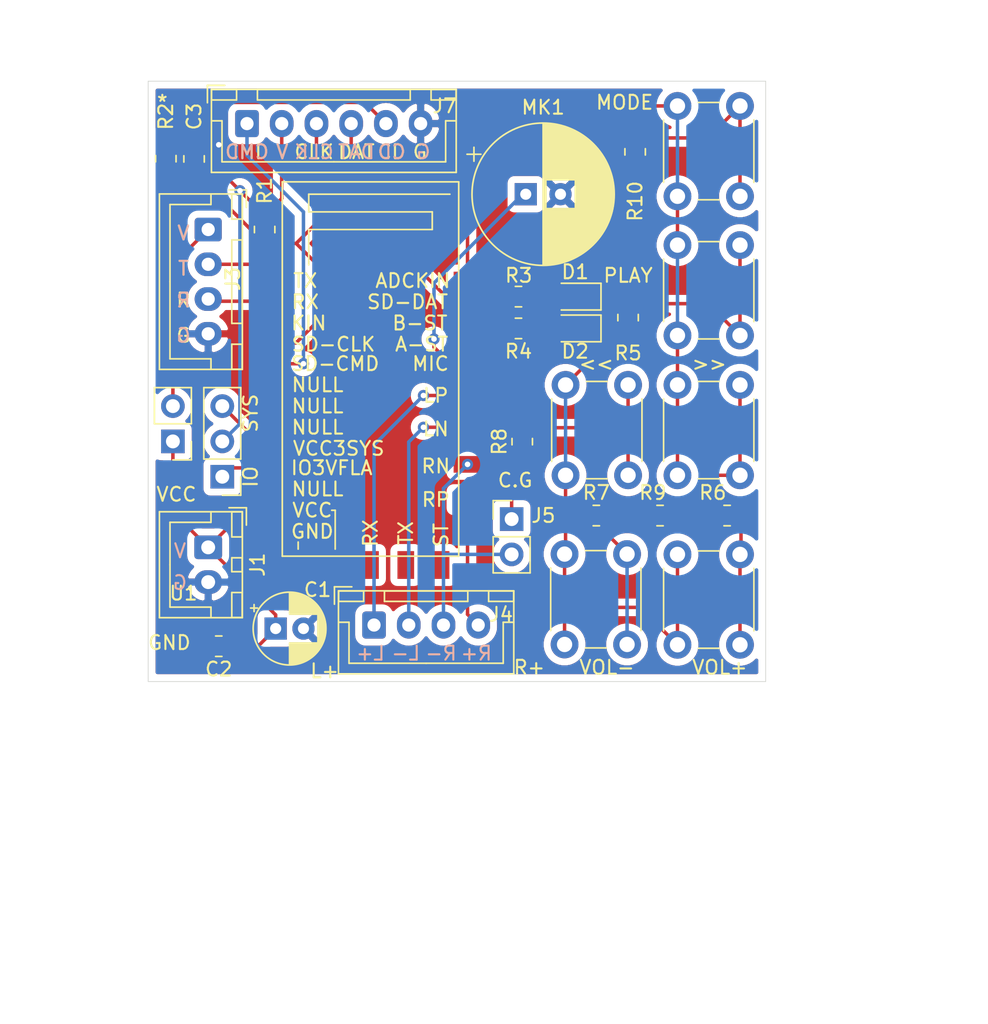
<source format=kicad_pcb>
(kicad_pcb (version 20171130) (host pcbnew 5.1.9+dfsg1-1+deb11u1)
  (layers (0 F.Cu signal) (31 B.Cu signal) (34 B.Paste user) (35 F.Paste user) (36 B.SilkS user) (37 F.SilkS user) (38 B.Mask user) (39 F.Mask user) (44 Edge.Cuts user))
  (net 0 "")
  (net 1 VCC)
  (net 2 GND)
  (net 3 "Net-(C3-Pad1)")
  (net 4 "Net-(D1-Pad2)")
  (net 5 "Net-(D2-Pad2)")
  (net 6 "Net-(J2-Pad2)")
  (net 7 TX)
  (net 8 RX)
  (net 9 RP)
  (net 10 RN)
  (net 11 LN)
  (net 12 LP)
  (net 13 IO3VFLA)
  (net 14 VCC3SYS)
  (net 15 SD-CMD)
  (net 16 SD-CLK)
  (net 17 SD-DATA)
  (net 18 "Net-(J7-Pad5)")
  (net 19 MIC)
  (net 20 BLE-STAT)
  (net 21 AUD-STAT)
  (net 22 "Net-(R5-Pad2)")
  (net 23 "Net-(R6-Pad2)")
  (net 24 "Net-(R7-Pad2)")
  (net 25 "Net-(R8-Pad2)")
  (net 26 "Net-(R9-Pad2)")
  (net 27 "Net-(R10-Pad2)")
  (net 28 KEY)
  (net 29 "Net-(U1-Pad3)")
  (net 30 "Net-(U1-Pad6)")
  (net 31 "Net-(U1-Pad7)")
  (net 32 "Net-(U1-Pad8)")
  (net 33 "Net-(U1-Pad11)")
  (net 34 "Net-(U1-Pad23)")
  (net 35 "Net-(U1-Pad24)")
  (net 36 "Net-(U1-Pad25)")
  (net 37 "Net-(U1-Pad26)")
  (net 38 "Net-(U1-Pad27)")
  (module Capacitor_THT:CP_Radial_D5.0mm_P2.00mm (layer F.Cu) (at 106.204 116.332)
    (fp_text reference C1 (at 3.016 -2.794) (layer F.SilkS))
    (fp_text value CP)
    (pad 1 thru_hole rect (at 0 0) (size 1.6 1.6) (drill 0.8) (layers *.Cu *.Mask) (net 1 VCC))
    (pad 2 thru_hole circle (at 2 0) (size 1.6 1.6) (drill 0.8) (layers *.Cu *.Mask) (net 2 GND))
  )
  (module Resistor_SMD:R_0805_2012Metric_Pad1.20x1.40mm_HandSolder (layer F.Cu) (at 102.108 117.602 180)
    (fp_text reference C2 (at 0 -1.65) (layer F.SilkS))
    (fp_text value C)
    (pad 1 smd roundrect (at -1 0 180) (size 1.2 1.4) (layers F.Cu F.Paste F.Mask) (roundrect_rratio 0.2083325) (net 1 VCC))
    (pad 2 smd roundrect (at 1 0 180) (size 1.2 1.4) (layers F.Cu F.Paste F.Mask) (roundrect_rratio 0.2083325) (net 2 GND))
  )
  (module Resistor_SMD:R_0805_2012Metric_Pad1.20x1.40mm_HandSolder (layer F.Cu) (at 100.33 82.55 90)
    (fp_text reference C3 (at 3.048 0 90) (layer F.SilkS))
    (fp_text value C)
    (pad 2 smd roundrect (at 1 0 90) (size 1.2 1.4) (layers F.Cu F.Paste F.Mask) (roundrect_rratio 0.2083325) (net 2 GND))
    (pad 1 smd roundrect (at -1 0 90) (size 1.2 1.4) (layers F.Cu F.Paste F.Mask) (roundrect_rratio 0.2083325) (net 3 "Net-(C3-Pad1)"))
  )
  (module LED_SMD:LED_0805_2012Metric_Pad1.15x1.40mm_HandSolder (layer F.Cu) (at 127.762 92.456 180)
    (fp_text reference D1 (at 0 1.778) (layer F.SilkS))
    (fp_text value LED)
    (pad 1 smd roundrect (at -1.025 0 180) (size 1.15 1.4) (layers F.Cu F.Paste F.Mask) (roundrect_rratio 0.2173904347826087) (net 2 GND))
    (pad 2 smd roundrect (at 1.025 0 180) (size 1.15 1.4) (layers F.Cu F.Paste F.Mask) (roundrect_rratio 0.2173904347826087) (net 4 "Net-(D1-Pad2)"))
  )
  (module LED_SMD:LED_0805_2012Metric_Pad1.15x1.40mm_HandSolder (layer F.Cu) (at 127.762 94.742 180)
    (fp_text reference D2 (at 0 -1.65) (layer F.SilkS))
    (fp_text value LED)
    (pad 2 smd roundrect (at 1.025 0 180) (size 1.15 1.4) (layers F.Cu F.Paste F.Mask) (roundrect_rratio 0.2173904347826087) (net 5 "Net-(D2-Pad2)"))
    (pad 1 smd roundrect (at -1.025 0 180) (size 1.15 1.4) (layers F.Cu F.Paste F.Mask) (roundrect_rratio 0.2173904347826087) (net 2 GND))
  )
  (module Connector_JST:JST_XH_B2B-XH-A_1x02_P2.50mm_Vertical (layer F.Cu) (at 101.346 110.49 270)
    (fp_text reference J1 (at 1.25 -3.55 90) (layer F.SilkS))
    (fp_text value PWR)
    (pad 1 thru_hole roundrect (at 0 0 270) (size 1.7 2) (drill 1) (layers *.Cu *.Mask) (roundrect_rratio 0.1470588235294118) (net 1 VCC))
    (pad 2 thru_hole oval (at 2.5 0 270) (size 1.7 2) (drill 1) (layers *.Cu *.Mask) (net 2 GND))
  )
  (module Connector_PinHeader_2.54mm:PinHeader_1x02_P2.54mm_Vertical (layer F.Cu) (at 98.806 102.87 180)
    (fp_text reference J2 hide)
    (fp_text value UART_PWR)
    (pad 1 thru_hole rect (at 0 0 180) (size 1.7 1.7) (drill 1) (layers *.Cu *.Mask) (net 1 VCC))
    (pad 2 thru_hole oval (at 0 2.54 180) (size 1.7 1.7) (drill 1) (layers *.Cu *.Mask) (net 6 "Net-(J2-Pad2)"))
  )
  (module Connector_JST:JST_XH_B4B-XH-A_1x04_P2.50mm_Vertical (layer F.Cu) (at 101.346 87.63 270)
    (fp_text reference J3 (at 3.556 -1.778 90) (layer F.SilkS))
    (fp_text value UART)
    (pad 1 thru_hole roundrect (at 0 0 270) (size 1.7 1.95) (drill 0.95) (layers *.Cu *.Mask) (roundrect_rratio 0.1470588235294118) (net 6 "Net-(J2-Pad2)"))
    (pad 2 thru_hole oval (at 2.5 0 270) (size 1.7 1.95) (drill 0.95) (layers *.Cu *.Mask) (net 7 TX))
    (pad 3 thru_hole oval (at 5 0 270) (size 1.7 1.95) (drill 0.95) (layers *.Cu *.Mask) (net 8 RX))
    (pad 4 thru_hole oval (at 7.5 0 270) (size 1.7 1.95) (drill 0.95) (layers *.Cu *.Mask) (net 2 GND))
  )
  (module Connector_JST:JST_XH_B4B-XH-A_1x04_P2.50mm_Vertical (layer F.Cu) (at 113.284 116.078)
    (fp_text reference J4 (at 9.144 -0.762) (layer F.SilkS))
    (fp_text value OUTPUT)
    (pad 4 thru_hole oval (at 7.5 0) (size 1.7 1.95) (drill 0.95) (layers *.Cu *.Mask) (net 9 RP))
    (pad 3 thru_hole oval (at 5 0) (size 1.7 1.95) (drill 0.95) (layers *.Cu *.Mask) (net 10 RN))
    (pad 2 thru_hole oval (at 2.5 0) (size 1.7 1.95) (drill 0.95) (layers *.Cu *.Mask) (net 11 LN))
    (pad 1 thru_hole roundrect (at 0 0) (size 1.7 1.95) (drill 0.95) (layers *.Cu *.Mask) (roundrect_rratio 0.1470588235294118) (net 12 LP))
  )
  (module Connector_PinHeader_2.54mm:PinHeader_1x02_P2.54mm_Vertical (layer F.Cu) (at 123.19 108.458)
    (fp_text reference J5 (at 2.286 -0.254) (layer F.SilkS))
    (fp_text value COMMON_GND)
    (pad 2 thru_hole oval (at 0 2.54) (size 1.7 1.7) (drill 1) (layers *.Cu *.Mask) (net 10 RN))
    (pad 1 thru_hole rect (at 0 0) (size 1.7 1.7) (drill 1) (layers *.Cu *.Mask) (net 11 LN))
  )
  (module Connector_PinHeader_2.54mm:PinHeader_1x03_P2.54mm_Vertical (layer F.Cu) (at 102.362 105.41 180)
    (fp_text reference J6 hide)
    (fp_text value SD_VCC_SEL)
    (pad 1 thru_hole rect (at 0 0 180) (size 1.7 1.7) (drill 1) (layers *.Cu *.Mask) (net 13 IO3VFLA))
    (pad 2 thru_hole oval (at 0 2.54 180) (size 1.7 1.7) (drill 1) (layers *.Cu *.Mask) (net 3 "Net-(C3-Pad1)"))
    (pad 3 thru_hole oval (at 0 5.08 180) (size 1.7 1.7) (drill 1) (layers *.Cu *.Mask) (net 14 VCC3SYS))
  )
  (module Connector_JST:JST_XH_B6B-XH-A_1x06_P2.50mm_Vertical (layer F.Cu) (at 104.14 80.01)
    (fp_text reference J7 (at 14.224 -1.27) (layer F.SilkS))
    (fp_text value SD)
    (pad 1 thru_hole roundrect (at 0 0) (size 1.7 1.95) (drill 0.95) (layers *.Cu *.Mask) (roundrect_rratio 0.1470588235294118) (net 15 SD-CMD))
    (pad 2 thru_hole oval (at 2.5 0) (size 1.7 1.95) (drill 0.95) (layers *.Cu *.Mask) (net 3 "Net-(C3-Pad1)"))
    (pad 3 thru_hole oval (at 5 0) (size 1.7 1.95) (drill 0.95) (layers *.Cu *.Mask) (net 16 SD-CLK))
    (pad 4 thru_hole oval (at 7.5 0) (size 1.7 1.95) (drill 0.95) (layers *.Cu *.Mask) (net 17 SD-DATA))
    (pad 5 thru_hole oval (at 10 0) (size 1.7 1.95) (drill 0.95) (layers *.Cu *.Mask) (net 18 "Net-(J7-Pad5)"))
    (pad 6 thru_hole oval (at 12.5 0) (size 1.7 1.95) (drill 0.95) (layers *.Cu *.Mask) (net 2 GND))
  )
  (module Capacitor_THT:CP_Radial_D10.0mm_P2.50mm (layer F.Cu) (at 124.206 85.09)
    (fp_text reference MK1 (at 1.25 -6.25) (layer F.SilkS))
    (fp_text value Microphone)
    (pad 1 thru_hole rect (at 0 0) (size 1.6 1.6) (drill 0.8) (layers *.Cu *.Mask) (net 19 MIC))
    (pad 2 thru_hole circle (at 2.5 0) (size 1.6 1.6) (drill 0.8) (layers *.Cu *.Mask) (net 2 GND))
  )
  (module Resistor_SMD:R_0805_2012Metric_Pad1.20x1.40mm_HandSolder (layer F.Cu) (at 105.41 87.63 90)
    (fp_text reference R1 (at 2.794 0 90) (layer F.SilkS))
    (fp_text value R_US)
    (pad 2 smd roundrect (at 1 0 90) (size 1.2 1.4) (layers F.Cu F.Paste F.Mask) (roundrect_rratio 0.2083325) (net 3 "Net-(C3-Pad1)"))
    (pad 1 smd roundrect (at -1 0 90) (size 1.2 1.4) (layers F.Cu F.Paste F.Mask) (roundrect_rratio 0.2083325) (net 16 SD-CLK))
  )
  (module Resistor_SMD:R_0805_2012Metric_Pad1.20x1.40mm_HandSolder (layer F.Cu) (at 98.298 82.534 270)
    (fp_text reference R2 (at -3.032 0 90) (layer F.SilkS))
    (fp_text value R_US)
    (pad 1 smd roundrect (at -1 0 270) (size 1.2 1.4) (layers F.Cu F.Paste F.Mask) (roundrect_rratio 0.2083325) (net 18 "Net-(J7-Pad5)"))
    (pad 2 smd roundrect (at 1 0 270) (size 1.2 1.4) (layers F.Cu F.Paste F.Mask) (roundrect_rratio 0.2083325) (net 16 SD-CLK))
  )
  (module Resistor_SMD:R_0805_2012Metric_Pad1.20x1.40mm_HandSolder (layer F.Cu) (at 123.682 92.456 180)
    (fp_text reference R3 (at -0.016 1.524) (layer F.SilkS))
    (fp_text value R_US)
    (pad 2 smd roundrect (at 1 0 180) (size 1.2 1.4) (layers F.Cu F.Paste F.Mask) (roundrect_rratio 0.2083325) (net 20 BLE-STAT))
    (pad 1 smd roundrect (at -1 0 180) (size 1.2 1.4) (layers F.Cu F.Paste F.Mask) (roundrect_rratio 0.2083325) (net 4 "Net-(D1-Pad2)"))
  )
  (module Resistor_SMD:R_0805_2012Metric_Pad1.20x1.40mm_HandSolder (layer F.Cu) (at 123.682 94.742 180)
    (fp_text reference R4 (at 0 -1.65) (layer F.SilkS))
    (fp_text value R_US)
    (pad 1 smd roundrect (at -1 0 180) (size 1.2 1.4) (layers F.Cu F.Paste F.Mask) (roundrect_rratio 0.2083325) (net 5 "Net-(D2-Pad2)"))
    (pad 2 smd roundrect (at 1 0 180) (size 1.2 1.4) (layers F.Cu F.Paste F.Mask) (roundrect_rratio 0.2083325) (net 21 AUD-STAT))
  )
  (module Resistor_SMD:R_0805_2012Metric_Pad1.20x1.40mm_HandSolder (layer F.Cu) (at 131.572 93.964 90)
    (fp_text reference R5 (at -2.556 0 180) (layer F.SilkS))
    (fp_text value R_US)
    (pad 1 smd roundrect (at -1 0 90) (size 1.2 1.4) (layers F.Cu F.Paste F.Mask) (roundrect_rratio 0.2083325) (net 2 GND))
    (pad 2 smd roundrect (at 1 0 90) (size 1.2 1.4) (layers F.Cu F.Paste F.Mask) (roundrect_rratio 0.2083325) (net 22 "Net-(R5-Pad2)"))
  )
  (module Resistor_SMD:R_0805_2012Metric_Pad1.20x1.40mm_HandSolder (layer F.Cu) (at 138.7 108.204)
    (fp_text reference R6 (at -1.032 -1.65) (layer F.SilkS))
    (fp_text value R_US)
    (pad 2 smd roundrect (at 1 0) (size 1.2 1.4) (layers F.Cu F.Paste F.Mask) (roundrect_rratio 0.2083325) (net 23 "Net-(R6-Pad2)"))
    (pad 1 smd roundrect (at -1 0) (size 1.2 1.4) (layers F.Cu F.Paste F.Mask) (roundrect_rratio 0.2083325) (net 2 GND))
  )
  (module Resistor_SMD:R_0805_2012Metric_Pad1.20x1.40mm_HandSolder (layer F.Cu) (at 129.286 108.204)
    (fp_text reference R7 (at 0 -1.65) (layer F.SilkS))
    (fp_text value R_US)
    (pad 1 smd roundrect (at -1 0) (size 1.2 1.4) (layers F.Cu F.Paste F.Mask) (roundrect_rratio 0.2083325) (net 2 GND))
    (pad 2 smd roundrect (at 1 0) (size 1.2 1.4) (layers F.Cu F.Paste F.Mask) (roundrect_rratio 0.2083325) (net 24 "Net-(R7-Pad2)"))
  )
  (module Resistor_SMD:R_0805_2012Metric_Pad1.20x1.40mm_HandSolder (layer F.Cu) (at 123.952 102.886 90)
    (fp_text reference R8 (at 0 -1.65 90) (layer F.SilkS))
    (fp_text value R_US)
    (pad 2 smd roundrect (at 1 0 90) (size 1.2 1.4) (layers F.Cu F.Paste F.Mask) (roundrect_rratio 0.2083325) (net 25 "Net-(R8-Pad2)"))
    (pad 1 smd roundrect (at -1 0 90) (size 1.2 1.4) (layers F.Cu F.Paste F.Mask) (roundrect_rratio 0.2083325) (net 2 GND))
  )
  (module Resistor_SMD:R_0805_2012Metric_Pad1.20x1.40mm_HandSolder (layer F.Cu) (at 133.874 108.204)
    (fp_text reference R9 (at -0.524 -1.65) (layer F.SilkS))
    (fp_text value R_US)
    (pad 1 smd roundrect (at -1 0) (size 1.2 1.4) (layers F.Cu F.Paste F.Mask) (roundrect_rratio 0.2083325) (net 2 GND))
    (pad 2 smd roundrect (at 1 0) (size 1.2 1.4) (layers F.Cu F.Paste F.Mask) (roundrect_rratio 0.2083325) (net 26 "Net-(R9-Pad2)"))
  )
  (module Resistor_SMD:R_0805_2012Metric_Pad1.20x1.40mm_HandSolder (layer F.Cu) (at 132.08 82.042 90)
    (fp_text reference R10 (at -3.556 0 90) (layer F.SilkS))
    (fp_text value R_US)
    (pad 2 smd roundrect (at 1 0 90) (size 1.2 1.4) (layers F.Cu F.Paste F.Mask) (roundrect_rratio 0.2083325) (net 27 "Net-(R10-Pad2)"))
    (pad 1 smd roundrect (at -1 0 90) (size 1.2 1.4) (layers F.Cu F.Paste F.Mask) (roundrect_rratio 0.2083325) (net 2 GND))
  )
  (module Button_Switch_THT:SW_PUSH_6mm (layer F.Cu) (at 135.128 95.25 90)
    (fp_text reference SW1 hide)
    (fp_text value SW_Push)
    (pad 2 thru_hole circle (at 0 4.5 180) (size 2 2) (drill 1.1) (layers *.Cu *.Mask) (net 22 "Net-(R5-Pad2)"))
    (pad 1 thru_hole circle (at 0 0 180) (size 2 2) (drill 1.1) (layers *.Cu *.Mask) (net 28 KEY))
    (pad 2 thru_hole circle (at 6.5 4.5 180) (size 2 2) (drill 1.1) (layers *.Cu *.Mask) (net 22 "Net-(R5-Pad2)"))
    (pad 1 thru_hole circle (at 6.5 0 180) (size 2 2) (drill 1.1) (layers *.Cu *.Mask) (net 28 KEY))
  )
  (module Button_Switch_THT:SW_PUSH_6mm (layer F.Cu) (at 135.128 117.498 90)
    (fp_text reference SW2 hide)
    (fp_text value SW_Push)
    (pad 1 thru_hole circle (at 6.5 0 180) (size 2 2) (drill 1.1) (layers *.Cu *.Mask) (net 28 KEY))
    (pad 2 thru_hole circle (at 6.5 4.5 180) (size 2 2) (drill 1.1) (layers *.Cu *.Mask) (net 23 "Net-(R6-Pad2)"))
    (pad 1 thru_hole circle (at 0 0 180) (size 2 2) (drill 1.1) (layers *.Cu *.Mask) (net 28 KEY))
    (pad 2 thru_hole circle (at 0 4.5 180) (size 2 2) (drill 1.1) (layers *.Cu *.Mask) (net 23 "Net-(R6-Pad2)"))
  )
  (module Button_Switch_THT:SW_PUSH_6mm (layer F.Cu) (at 127 117.475 90)
    (fp_text reference SW3 hide)
    (fp_text value SW_Push)
    (pad 2 thru_hole circle (at 0 4.5 180) (size 2 2) (drill 1.1) (layers *.Cu *.Mask) (net 24 "Net-(R7-Pad2)"))
    (pad 1 thru_hole circle (at 0 0 180) (size 2 2) (drill 1.1) (layers *.Cu *.Mask) (net 28 KEY))
    (pad 2 thru_hole circle (at 6.5 4.5 180) (size 2 2) (drill 1.1) (layers *.Cu *.Mask) (net 24 "Net-(R7-Pad2)"))
    (pad 1 thru_hole circle (at 6.5 0 180) (size 2 2) (drill 1.1) (layers *.Cu *.Mask) (net 28 KEY))
  )
  (module Button_Switch_THT:SW_PUSH_6mm (layer F.Cu) (at 127.072 105.306 90)
    (fp_text reference SW4 hide)
    (fp_text value SW_Push)
    (pad 1 thru_hole circle (at 6.5 0 180) (size 2 2) (drill 1.1) (layers *.Cu *.Mask) (net 28 KEY))
    (pad 2 thru_hole circle (at 6.5 4.5 180) (size 2 2) (drill 1.1) (layers *.Cu *.Mask) (net 25 "Net-(R8-Pad2)"))
    (pad 1 thru_hole circle (at 0 0 180) (size 2 2) (drill 1.1) (layers *.Cu *.Mask) (net 28 KEY))
    (pad 2 thru_hole circle (at 0 4.5 180) (size 2 2) (drill 1.1) (layers *.Cu *.Mask) (net 25 "Net-(R8-Pad2)"))
  )
  (module Button_Switch_THT:SW_PUSH_6mm (layer F.Cu) (at 135.128 105.306 90)
    (fp_text reference SW5 hide)
    (fp_text value SW_Push)
    (pad 2 thru_hole circle (at 0 4.5 180) (size 2 2) (drill 1.1) (layers *.Cu *.Mask) (net 26 "Net-(R9-Pad2)"))
    (pad 1 thru_hole circle (at 0 0 180) (size 2 2) (drill 1.1) (layers *.Cu *.Mask) (net 28 KEY))
    (pad 2 thru_hole circle (at 6.5 4.5 180) (size 2 2) (drill 1.1) (layers *.Cu *.Mask) (net 26 "Net-(R9-Pad2)"))
    (pad 1 thru_hole circle (at 6.5 0 180) (size 2 2) (drill 1.1) (layers *.Cu *.Mask) (net 28 KEY))
  )
  (module Button_Switch_THT:SW_PUSH_6mm (layer F.Cu) (at 135.128 85.24 90)
    (fp_text reference SW6 hide)
    (fp_text value SW_Push)
    (pad 1 thru_hole circle (at 6.5 0 180) (size 2 2) (drill 1.1) (layers *.Cu *.Mask) (net 28 KEY))
    (pad 2 thru_hole circle (at 6.5 4.5 180) (size 2 2) (drill 1.1) (layers *.Cu *.Mask) (net 27 "Net-(R10-Pad2)"))
    (pad 1 thru_hole circle (at 0 0 180) (size 2 2) (drill 1.1) (layers *.Cu *.Mask) (net 28 KEY))
    (pad 2 thru_hole circle (at 0 4.5 180) (size 2 2) (drill 1.1) (layers *.Cu *.Mask) (net 27 "Net-(R10-Pad2)"))
  )
  (module custom-footprints:Bluetooth_JDY-67 (layer F.Cu) (at 113.03 111.125)
    (fp_text reference U1 (at -13.462 2.667) (layer F.SilkS))
    (fp_text value Bluetooth_JDY-67)
    (fp_text user TX (at -4.699 -19.812) (layer F.SilkS))
    (fp_text user RX (at -4.699 -18.288) (layer F.SilkS))
    (fp_text user KIN (at -4.445 -16.764) (layer F.SilkS))
    (fp_text user SD-CLK (at -2.667 -15.24) (layer F.SilkS))
    (fp_text user SD-CMD (at -2.54 -13.843) (layer F.SilkS))
    (fp_text user NULL (at -3.81 -12.319) (layer F.SilkS))
    (fp_text user NULL (at -3.81 -10.795) (layer F.SilkS))
    (fp_text user NULL (at -3.81 -9.271) (layer F.SilkS))
    (fp_text user VCC3SYS (at -2.286 -7.747) (layer F.SilkS))
    (fp_text user IO3VFLA (at -2.794 -6.35) (layer F.SilkS))
    (fp_text user NULL (at -3.81 -4.826) (layer F.SilkS))
    (fp_text user VCC (at -4.191 -3.302) (layer F.SilkS))
    (fp_text user GND (at -4.191 -1.778) (layer F.SilkS))
    (fp_text user ADCKIN (at 3.048 -19.812) (layer F.SilkS))
    (fp_text user SD-DAT (at 2.667 -18.288) (layer F.SilkS))
    (fp_text user B-ST (at 3.556 -16.764) (layer F.SilkS))
    (fp_text user A-ST (at 3.683 -15.24) (layer F.SilkS))
    (fp_text user MIC (at 4.318 -13.843) (layer F.SilkS))
    (fp_text user LP (at 4.699 -11.557) (layer F.SilkS))
    (fp_text user LN (at 4.699 -9.144) (layer F.SilkS))
    (fp_text user RN (at 4.699 -6.477) (layer F.SilkS))
    (fp_text user RP (at 4.699 -4.064) (layer F.SilkS))
    (fp_text user RX (at 0 -1.651 90) (layer F.SilkS))
    (fp_text user TX (at 2.54 -1.651 90) (layer F.SilkS))
    (fp_text user ST (at 5.08 -1.524 90) (layer F.SilkS))
    (pad 1 smd rect (at -6.9342 -19.8374) (size 2 1.2) (layers F.Cu F.Paste F.Mask) (net 7 TX))
    (pad 2 smd rect (at -6.9342 -18.3388) (size 2 1.2) (layers F.Cu F.Paste F.Mask) (net 8 RX))
    (pad 3 smd rect (at -6.9342 -16.8402) (size 2 1.2) (layers F.Cu F.Paste F.Mask) (net 29 "Net-(U1-Pad3)"))
    (pad 4 smd rect (at -6.9342 -15.3416) (size 2 1.2) (layers F.Cu F.Paste F.Mask) (net 16 SD-CLK))
    (pad 5 smd rect (at -6.9342 -13.843) (size 2 1.2) (layers F.Cu F.Paste F.Mask) (net 15 SD-CMD))
    (pad 6 smd rect (at -6.9342 -12.3444) (size 2 1.2) (layers F.Cu F.Paste F.Mask) (net 30 "Net-(U1-Pad6)"))
    (pad 7 smd rect (at -6.9342 -10.8458) (size 2 1.2) (layers F.Cu F.Paste F.Mask) (net 31 "Net-(U1-Pad7)"))
    (pad 8 smd rect (at -6.9342 -9.3472) (size 2 1.2) (layers F.Cu F.Paste F.Mask) (net 32 "Net-(U1-Pad8)"))
    (pad 9 smd rect (at -6.9342 -7.8486) (size 2 1.2) (layers F.Cu F.Paste F.Mask) (net 14 VCC3SYS))
    (pad 10 smd rect (at -6.9342 -6.35) (size 2 1.2) (layers F.Cu F.Paste F.Mask) (net 13 IO3VFLA))
    (pad 11 smd rect (at -6.9342 -4.8514) (size 2 1.2) (layers F.Cu F.Paste F.Mask) (net 33 "Net-(U1-Pad11)"))
    (pad 12 smd rect (at -6.9342 -3.3528) (size 2 1.2) (layers F.Cu F.Paste F.Mask) (net 1 VCC))
    (pad 13 smd rect (at -6.9342 -1.8542) (size 2 1.2) (layers F.Cu F.Paste F.Mask) (net 2 GND))
    (pad 18 smd rect (at 6.985 -13.8684) (size 2 1.2) (layers F.Cu F.Paste F.Mask) (net 19 MIC))
    (pad 19 smd rect (at 6.985 -15.367) (size 2 1.2) (layers F.Cu F.Paste F.Mask) (net 21 AUD-STAT))
    (pad 20 smd rect (at 6.985 -16.8656) (size 2 1.2) (layers F.Cu F.Paste F.Mask) (net 20 BLE-STAT))
    (pad 21 smd rect (at 6.985 -18.3642) (size 2 1.2) (layers F.Cu F.Paste F.Mask) (net 17 SD-DATA))
    (pad 22 smd rect (at 6.985 -19.8628) (size 2 1.2) (layers F.Cu F.Paste F.Mask) (net 28 KEY))
    (pad 14 smd rect (at 6.985 -4.064) (size 2 1.2) (layers F.Cu F.Paste F.Mask) (net 9 RP))
    (pad 15 smd rect (at 6.985 -6.604) (size 2 1.2) (layers F.Cu F.Paste F.Mask) (net 10 RN))
    (pad 16 smd rect (at 6.985 -9.144) (size 2 1.2) (layers F.Cu F.Paste F.Mask) (net 11 LN))
    (pad 17 smd rect (at 6.985 -11.684) (size 2 1.2) (layers F.Cu F.Paste F.Mask) (net 12 LP))
    (pad 23 smd rect (at -5.08 0.635) (size 1.2 2) (layers F.Cu F.Paste F.Mask) (net 34 "Net-(U1-Pad23)"))
    (pad 24 smd rect (at -2.54 0.635) (size 1.2 2) (layers F.Cu F.Paste F.Mask) (net 35 "Net-(U1-Pad24)"))
    (pad 25 smd rect (at 0 0.635) (size 1.2 2) (layers F.Cu F.Paste F.Mask) (net 36 "Net-(U1-Pad25)"))
    (pad 26 smd rect (at 2.54 0.635) (size 1.2 2) (layers F.Cu F.Paste F.Mask) (net 37 "Net-(U1-Pad26)"))
    (pad 27 smd rect (at 5.08 0.635) (size 1.2 2) (layers F.Cu F.Paste F.Mask) (net 38 "Net-(U1-Pad27)"))
  )
  (gr_text * (at 98.044 78.486) (layer F.SilkS) (effects (font (size 1 1))))
  (gr_text << (at 129.286 97.282) (layer F.SilkS) (effects (font (size 1 1))))
  (gr_text >> (at 137.414 97.282) (layer F.SilkS) (effects (font (size 1 1))))
  (gr_line (start 97.028 120.142) (end 97.028 76.962) (layer Edge.Cuts) (width 0.05))
  (gr_line (start 141.478 120.142) (end 97.028 120.142) (layer Edge.Cuts) (width 0.05))
  (gr_line (start 141.478 76.962) (end 141.478 120.142) (layer Edge.Cuts) (width 0.05))
  (gr_line (start 97.028 76.962) (end 141.478 76.962) (layer Edge.Cuts) (width 0.05))
  (gr_text C.G (at 123.444 105.664) (layer F.SilkS) (effects (font (size 1 1))))
  (gr_text SYS (at 104.394 100.838 90) (layer F.SilkS) (effects (font (size 1 1))))
  (gr_text IO (at 104.394 105.41 90) (layer F.SilkS) (effects (font (size 1 1))))
  (gr_text R+ (at 120.65 118.11) (layer B.SilkS) (effects (font (size 1 1)) (justify mirror)))
  (gr_text R- (at 118.11 118.11) (layer B.SilkS) (effects (font (size 1 1)) (justify mirror)))
  (gr_text L- (at 115.57 118.11) (layer B.SilkS) (effects (font (size 1 1)) (justify mirror)))
  (gr_text L+ (at 113.03 118.11) (layer B.SilkS) (effects (font (size 1 1)) (justify mirror)))
  (gr_text G (at 99.314 113.03) (layer B.SilkS) (effects (font (size 1 1)) (justify mirror)))
  (gr_text V (at 99.314 110.744) (layer B.SilkS) (effects (font (size 1 1)) (justify mirror)))
  (gr_text G (at 99.568 95.25) (layer B.SilkS) (effects (font (size 1 1)) (justify mirror)))
  (gr_text R (at 99.568 92.71) (layer B.SilkS) (effects (font (size 1 1)) (justify mirror)))
  (gr_text T (at 99.568 90.424) (layer B.SilkS) (effects (font (size 1 1)) (justify mirror)))
  (gr_text V (at 99.568 87.884) (layer B.SilkS) (effects (font (size 1 1)) (justify mirror)))
  (gr_text G (at 116.84 82.042) (layer B.SilkS) (effects (font (size 1 1)) (justify mirror)))
  (gr_text CD (at 114.554 82.042) (layer B.SilkS) (effects (font (size 1 1)) (justify mirror)))
  (gr_text DAT (at 112.014 82.042) (layer B.SilkS) (effects (font (size 1 1)) (justify mirror)))
  (gr_text CLK (at 108.966 82.042) (layer B.SilkS) (effects (font (size 1 1)) (justify mirror)))
  (gr_text V (at 106.68 82.042) (layer B.SilkS) (effects (font (size 1 1)) (justify mirror)))
  (gr_text CMD (at 104.14 82.042) (layer B.SilkS) (effects (font (size 1 1)) (justify mirror)))
  (gr_text CD (at 114.554 82.042) (layer F.SilkS) (effects (font (size 1 1))))
  (gr_text G (at 116.586 82.042) (layer F.SilkS) (effects (font (size 1 1))))
  (gr_text V (at 106.68 82.042) (layer F.SilkS) (effects (font (size 1 1))))
  (gr_text DAT (at 112.014 82.042) (layer F.SilkS) (effects (font (size 1 1))))
  (gr_text CLK (at 108.966 82.042) (layer F.SilkS) (effects (font (size 1 1))))
  (gr_text CMD (at 104.14 82.042) (layer F.SilkS) (effects (font (size 1 1))))
  (gr_text G (at 99.568 95.25) (layer F.SilkS) (effects (font (size 1 1))))
  (gr_text R (at 99.568 92.71) (layer F.SilkS) (effects (font (size 1 1))))
  (gr_text T (at 99.568 90.424) (layer F.SilkS) (effects (font (size 1 1))))
  (gr_text V (at 99.568 87.884) (layer F.SilkS) (effects (font (size 1 1))))
  (gr_text GND (at 98.552 117.348) (layer F.SilkS) (effects (font (size 1 1))))
  (gr_text VCC (at 99.06 106.68) (layer F.SilkS) (effects (font (size 1 1))))
  (gr_text PLAY (at 131.572 90.932) (layer F.SilkS) (effects (font (size 1 1))))
  (gr_text MODE (at 131.318 78.486) (layer F.SilkS) (effects (font (size 1 1))))
  (gr_text VOL- (at 130.048 119.126) (layer F.SilkS) (effects (font (size 1 1))))
  (gr_text VOL+ (at 138.176 119.126) (layer F.SilkS) (effects (font (size 1 1))))
  (gr_text R+ (at 124.46 119.126) (layer F.SilkS) (effects (font (size 1 1))))
  (gr_text L+ (at 109.728 119.38) (layer F.SilkS) (effects (font (size 1 1))))
  (segment (start 98.806 107.95) (end 101.346 110.49) (width 0.25) (layer F.Cu) (net 1))
  (segment (start 98.806 102.87) (end 98.806 107.95) (width 0.25) (layer F.Cu) (net 1))
  (segment (start 104.0638 107.7722) (end 106.0958 107.7722) (width 0.25) (layer F.Cu) (net 1))
  (segment (start 101.346 110.49) (end 104.0638 107.7722) (width 0.25) (layer F.Cu) (net 1))
  (segment (start 106.204 115.348) (end 106.204 116.332) (width 0.25) (layer F.Cu) (net 1))
  (segment (start 101.346 110.49) (end 106.204 115.348) (width 0.25) (layer F.Cu) (net 1))
  (segment (start 104.934 117.602) (end 106.204 116.332) (width 0.25) (layer F.Cu) (net 1))
  (segment (start 103.108 117.602) (end 104.934 117.602) (width 0.25) (layer F.Cu) (net 1))
  (via (at 102.108 81.534) (size 0.8) (drill 0.4) (layers F.Cu B.Cu) (net 2))
  (segment (start 106.64 85.4) (end 105.41 86.63) (width 0.25) (layer F.Cu) (net 3))
  (segment (start 106.64 80.01) (end 106.64 85.4) (width 0.25) (layer F.Cu) (net 3))
  (via (at 103.632 84.836) (size 0.8) (drill 0.4) (layers F.Cu B.Cu) (net 3))
  (segment (start 105.41 86.614) (end 103.632 84.836) (width 0.25) (layer F.Cu) (net 3))
  (segment (start 105.41 86.63) (end 105.41 86.614) (width 0.25) (layer F.Cu) (net 3))
  (segment (start 103.632 101.6) (end 102.362 102.87) (width 0.25) (layer B.Cu) (net 3))
  (segment (start 103.632 84.836) (end 103.632 101.6) (width 0.25) (layer B.Cu) (net 3))
  (segment (start 102.346 83.55) (end 103.632 84.836) (width 0.25) (layer F.Cu) (net 3))
  (segment (start 100.33 83.55) (end 102.346 83.55) (width 0.25) (layer F.Cu) (net 3))
  (segment (start 124.682 92.456) (end 126.737 92.456) (width 0.25) (layer F.Cu) (net 4))
  (segment (start 124.682 94.742) (end 126.737 94.742) (width 0.25) (layer F.Cu) (net 5))
  (segment (start 98.806 90.17) (end 98.806 100.33) (width 0.25) (layer F.Cu) (net 6))
  (segment (start 101.346 87.63) (end 98.806 90.17) (width 0.25) (layer F.Cu) (net 6))
  (segment (start 104.9382 90.13) (end 106.0958 91.2876) (width 0.25) (layer F.Cu) (net 7))
  (segment (start 101.346 90.13) (end 104.9382 90.13) (width 0.25) (layer F.Cu) (net 7))
  (segment (start 101.5022 92.7862) (end 101.346 92.63) (width 0.25) (layer F.Cu) (net 8))
  (segment (start 106.0958 92.7862) (end 101.5022 92.7862) (width 0.25) (layer F.Cu) (net 8))
  (segment (start 120.015 115.309) (end 120.784 116.078) (width 0.25) (layer F.Cu) (net 9))
  (segment (start 120.015 107.061) (end 120.015 115.309) (width 0.25) (layer F.Cu) (net 9))
  (via (at 120.015 104.521) (size 0.8) (drill 0.4) (layers F.Cu B.Cu) (net 10))
  (segment (start 118.284 106.252) (end 120.015 104.521) (width 0.25) (layer B.Cu) (net 10))
  (segment (start 118.458 110.998) (end 118.284 111.172) (width 0.25) (layer B.Cu) (net 10))
  (segment (start 123.19 110.998) (end 118.458 110.998) (width 0.25) (layer B.Cu) (net 10))
  (segment (start 118.284 111.172) (end 118.284 106.252) (width 0.25) (layer B.Cu) (net 10))
  (segment (start 118.284 116.078) (end 118.284 111.172) (width 0.25) (layer B.Cu) (net 10))
  (via (at 116.84 101.854) (size 0.8) (drill 0.4) (layers F.Cu B.Cu) (net 11))
  (segment (start 115.784 102.91) (end 116.84 101.854) (width 0.25) (layer B.Cu) (net 11))
  (segment (start 115.784 116.078) (end 115.784 102.91) (width 0.25) (layer B.Cu) (net 11))
  (segment (start 119.888 101.854) (end 120.015 101.981) (width 0.25) (layer F.Cu) (net 11))
  (segment (start 116.84 101.854) (end 119.888 101.854) (width 0.25) (layer F.Cu) (net 11))
  (segment (start 123.19 105.156) (end 123.19 108.458) (width 0.25) (layer F.Cu) (net 11))
  (segment (start 120.015 101.981) (end 123.19 105.156) (width 0.25) (layer F.Cu) (net 11))
  (via (at 116.84 99.568) (size 0.8) (drill 0.4) (layers F.Cu B.Cu) (net 12))
  (segment (start 113.284 103.124) (end 116.84 99.568) (width 0.25) (layer B.Cu) (net 12))
  (segment (start 113.284 116.078) (end 113.284 103.124) (width 0.25) (layer B.Cu) (net 12))
  (segment (start 119.888 99.568) (end 120.015 99.441) (width 0.25) (layer F.Cu) (net 12))
  (segment (start 116.84 99.568) (end 119.888 99.568) (width 0.25) (layer F.Cu) (net 12))
  (segment (start 102.997 104.775) (end 106.0958 104.775) (width 0.25) (layer F.Cu) (net 13))
  (segment (start 102.362 105.41) (end 102.997 104.775) (width 0.25) (layer F.Cu) (net 13))
  (segment (start 105.3084 103.2764) (end 106.0958 103.2764) (width 0.25) (layer F.Cu) (net 14))
  (segment (start 102.362 100.33) (end 105.3084 103.2764) (width 0.25) (layer F.Cu) (net 14))
  (via (at 108.204 97.282) (size 0.8) (drill 0.4) (layers F.Cu B.Cu) (net 15))
  (segment (start 106.0958 97.282) (end 108.204 97.282) (width 0.25) (layer F.Cu) (net 15))
  (segment (start 108.204 97.282) (end 108.204 86.36) (width 0.25) (layer B.Cu) (net 15))
  (segment (start 104.14 82.296) (end 104.14 80.01) (width 0.25) (layer B.Cu) (net 15))
  (segment (start 108.204 86.36) (end 104.14 82.296) (width 0.25) (layer B.Cu) (net 15))
  (segment (start 105.41 88.63) (end 107.68 88.63) (width 0.25) (layer F.Cu) (net 16))
  (segment (start 107.68 88.63) (end 109.22 90.17) (width 0.25) (layer F.Cu) (net 16))
  (segment (start 106.0958 95.7834) (end 107.6706 95.7834) (width 0.25) (layer F.Cu) (net 16))
  (segment (start 107.6706 95.7834) (end 109.22 94.234) (width 0.25) (layer F.Cu) (net 16))
  (segment (start 109.22 94.234) (end 109.22 90.17) (width 0.25) (layer F.Cu) (net 16))
  (segment (start 109.14 87.17) (end 107.68 88.63) (width 0.25) (layer F.Cu) (net 16))
  (segment (start 109.14 80.01) (end 109.14 87.17) (width 0.25) (layer F.Cu) (net 16))
  (segment (start 98.298 83.534) (end 100.108 85.344) (width 0.25) (layer F.Cu) (net 16))
  (segment (start 102.124 85.344) (end 105.41 88.63) (width 0.25) (layer F.Cu) (net 16))
  (segment (start 100.108 85.344) (end 102.124 85.344) (width 0.25) (layer F.Cu) (net 16))
  (segment (start 118.765 92.7608) (end 120.015 92.7608) (width 0.25) (layer F.Cu) (net 17))
  (segment (start 111.64 85.6358) (end 118.765 92.7608) (width 0.25) (layer F.Cu) (net 17))
  (segment (start 111.64 80.01) (end 111.64 85.6358) (width 0.25) (layer F.Cu) (net 17))
  (segment (start 112.616 78.486) (end 114.14 80.01) (width 0.25) (layer F.Cu) (net 18))
  (segment (start 101.346 78.486) (end 98.298 81.534) (width 0.25) (layer F.Cu) (net 18))
  (segment (start 112.616 78.486) (end 101.346 78.486) (width 0.25) (layer F.Cu) (net 18))
  (via (at 117.602 95.504) (size 0.8) (drill 0.4) (layers F.Cu B.Cu) (net 19))
  (segment (start 117.602 96.0936) (end 117.602 95.504) (width 0.25) (layer F.Cu) (net 19))
  (segment (start 118.765 97.2566) (end 117.602 96.0936) (width 0.25) (layer F.Cu) (net 19))
  (segment (start 120.015 97.2566) (end 118.765 97.2566) (width 0.25) (layer F.Cu) (net 19))
  (segment (start 117.602 91.48) (end 123.992 85.09) (width 0.25) (layer B.Cu) (net 19))
  (segment (start 117.602 95.504) (end 117.602 91.48) (width 0.25) (layer B.Cu) (net 19))
  (segment (start 120.8786 94.2594) (end 120.015 94.2594) (width 0.25) (layer F.Cu) (net 20))
  (segment (start 122.682 92.456) (end 120.8786 94.2594) (width 0.25) (layer F.Cu) (net 20))
  (segment (start 121.666 95.758) (end 122.682 94.742) (width 0.25) (layer F.Cu) (net 21))
  (segment (start 120.015 95.758) (end 121.666 95.758) (width 0.25) (layer F.Cu) (net 21))
  (segment (start 137.342 92.964) (end 139.628 95.25) (width 0.25) (layer F.Cu) (net 22))
  (segment (start 131.572 92.964) (end 137.342 92.964) (width 0.25) (layer F.Cu) (net 22))
  (segment (start 139.628 88.75) (end 139.628 95.25) (width 0.25) (layer F.Cu) (net 22))
  (segment (start 139.7 110.926) (end 139.628 110.998) (width 0.25) (layer F.Cu) (net 23))
  (segment (start 139.7 108.204) (end 139.7 110.926) (width 0.25) (layer F.Cu) (net 23))
  (segment (start 139.628 110.998) (end 139.628 117.498) (width 0.25) (layer F.Cu) (net 23))
  (segment (start 130.286 109.761) (end 131.5 110.975) (width 0.25) (layer F.Cu) (net 24))
  (segment (start 130.286 108.204) (end 130.286 109.761) (width 0.25) (layer F.Cu) (net 24))
  (segment (start 131.5 117.475) (end 131.5 110.975) (width 0.25) (layer B.Cu) (net 24))
  (segment (start 131.54 101.886) (end 131.572 101.854) (width 0.25) (layer F.Cu) (net 25))
  (segment (start 123.952 101.886) (end 131.54 101.886) (width 0.25) (layer F.Cu) (net 25))
  (segment (start 131.572 101.854) (end 131.572 105.306) (width 0.25) (layer F.Cu) (net 25))
  (segment (start 131.572 98.806) (end 131.572 101.854) (width 0.25) (layer F.Cu) (net 25))
  (segment (start 137.772 105.306) (end 139.628 105.306) (width 0.25) (layer F.Cu) (net 26))
  (segment (start 134.874 108.204) (end 137.772 105.306) (width 0.25) (layer F.Cu) (net 26))
  (segment (start 139.628 98.806) (end 139.628 105.306) (width 0.25) (layer F.Cu) (net 26))
  (segment (start 137.326 81.042) (end 139.628 78.74) (width 0.25) (layer F.Cu) (net 27))
  (segment (start 132.08 81.042) (end 137.326 81.042) (width 0.25) (layer F.Cu) (net 27))
  (segment (start 139.628 78.74) (end 139.628 85.24) (width 0.25) (layer F.Cu) (net 27))
  (segment (start 135.128 85.24) (end 135.128 88.75) (width 0.25) (layer F.Cu) (net 28))
  (segment (start 128.85 97.028) (end 135.128 97.028) (width 0.25) (layer F.Cu) (net 28))
  (segment (start 127.072 98.806) (end 128.85 97.028) (width 0.25) (layer F.Cu) (net 28))
  (segment (start 135.128 97.028) (end 135.128 95.25) (width 0.25) (layer F.Cu) (net 28))
  (segment (start 135.128 98.806) (end 135.128 97.028) (width 0.25) (layer F.Cu) (net 28))
  (segment (start 127.072 110.903) (end 127 110.975) (width 0.25) (layer F.Cu) (net 28))
  (segment (start 127.072 105.306) (end 127.072 110.903) (width 0.25) (layer F.Cu) (net 28))
  (segment (start 127 110.975) (end 127 114.808) (width 0.25) (layer F.Cu) (net 28))
  (segment (start 132.438 114.808) (end 135.128 117.498) (width 0.25) (layer F.Cu) (net 28))
  (segment (start 127 114.808) (end 132.438 114.808) (width 0.25) (layer F.Cu) (net 28))
  (segment (start 127 114.808) (end 127 117.475) (width 0.25) (layer F.Cu) (net 28))
  (segment (start 135.128 117.498) (end 135.128 110.998) (width 0.25) (layer F.Cu) (net 28))
  (segment (start 135.128 105.306) (end 135.128 98.806) (width 0.25) (layer F.Cu) (net 28))
  (segment (start 135.128 88.75) (end 135.128 95.25) (width 0.25) (layer B.Cu) (net 28))
  (segment (start 127.072 98.806) (end 127.072 105.306) (width 0.25) (layer B.Cu) (net 28))
  (segment (start 135.128 78.74) (end 135.128 85.24) (width 0.25) (layer B.Cu) (net 28))
  (segment (start 135.128 78.74) (end 122.682 78.74) (width 0.25) (layer F.Cu) (net 28))
  (segment (start 120.015 81.407) (end 120.015 91.2622) (width 0.25) (layer F.Cu) (net 28))
  (segment (start 122.682 78.74) (end 120.015 81.407) (width 0.25) (layer F.Cu) (net 28))
  (zone (net 2) (net_name GND) (layer F.Cu) (connect_pads (clearance 0.508)) (min_thickness 0.254) (fill yes (arc_segments 32) (thermal_gap 0.508) (thermal_bridge_width 0.508))
    (polygon (pts (xy 157.48 144.78) (xy 86.36 144.78) (xy 86.36 71.12) (xy 157.48 71.12)))
  )
  (zone (net 2) (net_name GND) (layer B.Cu) (connect_pads (clearance 0.508)) (min_thickness 0.254) (fill yes (arc_segments 32) (thermal_gap 0.508) (thermal_bridge_width 0.508))
    (polygon (pts (xy 157.48 144.78) (xy 86.36 144.78) (xy 86.36 71.12) (xy 157.48 71.12)))
  )
)
</source>
